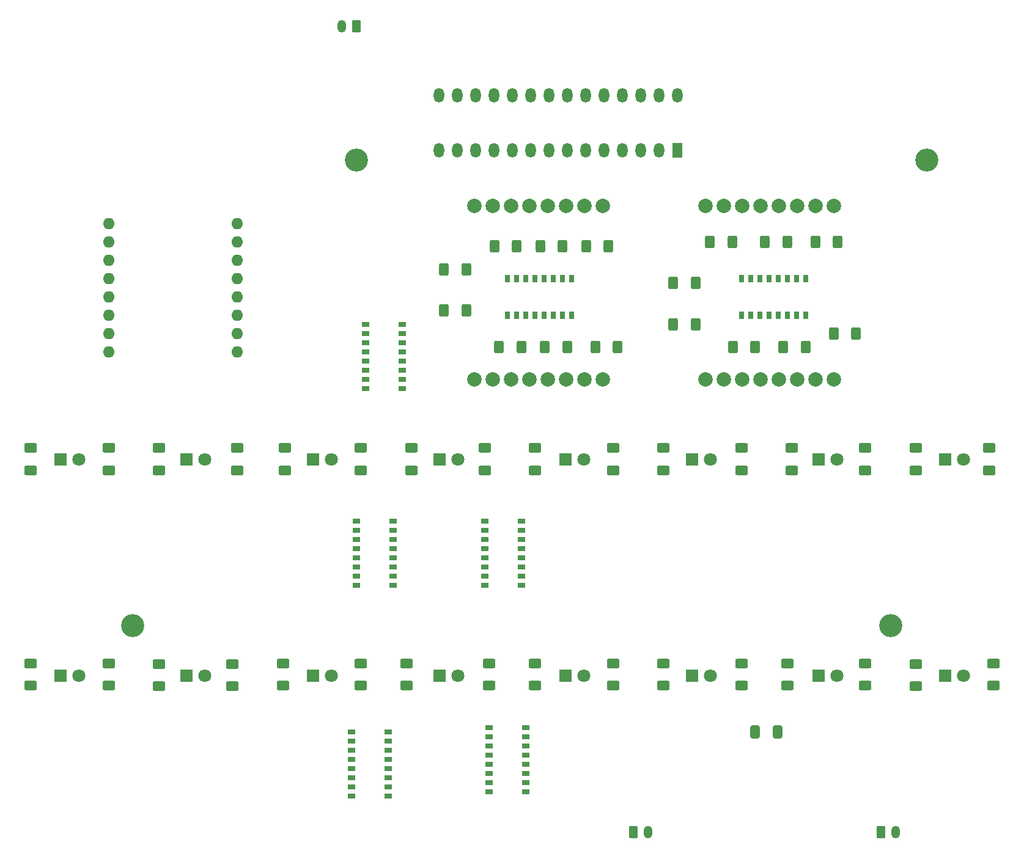
<source format=gbr>
%TF.GenerationSoftware,KiCad,Pcbnew,9.0.3*%
%TF.CreationDate,2026-01-07T19:03:45+01:00*%
%TF.ProjectId,Learning_Numbers,4c656172-6e69-46e6-975f-4e756d626572,rev?*%
%TF.SameCoordinates,Original*%
%TF.FileFunction,Soldermask,Bot*%
%TF.FilePolarity,Negative*%
%FSLAX46Y46*%
G04 Gerber Fmt 4.6, Leading zero omitted, Abs format (unit mm)*
G04 Created by KiCad (PCBNEW 9.0.3) date 2026-01-07 19:03:45*
%MOMM*%
%LPD*%
G01*
G04 APERTURE LIST*
G04 Aperture macros list*
%AMRoundRect*
0 Rectangle with rounded corners*
0 $1 Rounding radius*
0 $2 $3 $4 $5 $6 $7 $8 $9 X,Y pos of 4 corners*
0 Add a 4 corners polygon primitive as box body*
4,1,4,$2,$3,$4,$5,$6,$7,$8,$9,$2,$3,0*
0 Add four circle primitives for the rounded corners*
1,1,$1+$1,$2,$3*
1,1,$1+$1,$4,$5*
1,1,$1+$1,$6,$7*
1,1,$1+$1,$8,$9*
0 Add four rect primitives between the rounded corners*
20,1,$1+$1,$2,$3,$4,$5,0*
20,1,$1+$1,$4,$5,$6,$7,0*
20,1,$1+$1,$6,$7,$8,$9,0*
20,1,$1+$1,$8,$9,$2,$3,0*%
G04 Aperture macros list end*
%ADD10C,3.200000*%
%ADD11R,1.800000X1.800000*%
%ADD12C,1.800000*%
%ADD13C,2.000000*%
%ADD14RoundRect,0.250000X0.400000X0.625000X-0.400000X0.625000X-0.400000X-0.625000X0.400000X-0.625000X0*%
%ADD15RoundRect,0.250000X-0.625000X0.400000X-0.625000X-0.400000X0.625000X-0.400000X0.625000X0.400000X0*%
%ADD16RoundRect,0.250000X0.625000X-0.400000X0.625000X0.400000X-0.625000X0.400000X-0.625000X-0.400000X0*%
%ADD17RoundRect,0.114000X0.436000X0.266000X-0.436000X0.266000X-0.436000X-0.266000X0.436000X-0.266000X0*%
%ADD18RoundRect,0.250000X-0.350000X-0.625000X0.350000X-0.625000X0.350000X0.625000X-0.350000X0.625000X0*%
%ADD19O,1.200000X1.750000*%
%ADD20RoundRect,0.250000X-0.412500X-0.650000X0.412500X-0.650000X0.412500X0.650000X-0.412500X0.650000X0*%
%ADD21R,1.440000X2.000000*%
%ADD22O,1.440000X2.000000*%
%ADD23RoundRect,0.114000X0.266000X-0.436000X0.266000X0.436000X-0.266000X0.436000X-0.266000X-0.436000X0*%
%ADD24RoundRect,0.114000X-0.436000X-0.266000X0.436000X-0.266000X0.436000X0.266000X-0.436000X0.266000X0*%
%ADD25RoundRect,0.250000X0.350000X0.625000X-0.350000X0.625000X-0.350000X-0.625000X0.350000X-0.625000X0*%
%ADD26O,1.600000X1.600000*%
G04 APERTURE END LIST*
D10*
%TO.C,H2*%
X180000000Y-65500000D03*
%TD*%
D11*
%TO.C,D8*%
X182480000Y-107000000D03*
D12*
X185020000Y-107000000D03*
%TD*%
D11*
%TO.C,D5*%
X129980000Y-107000000D03*
D12*
X132520000Y-107000000D03*
%TD*%
D10*
%TO.C,H3*%
X70000000Y-130000000D03*
%TD*%
D11*
%TO.C,D4*%
X112480000Y-107000000D03*
D12*
X115020000Y-107000000D03*
%TD*%
D11*
%TO.C,D16*%
X182480000Y-137000000D03*
D12*
X185020000Y-137000000D03*
%TD*%
D11*
%TO.C,D6*%
X147480000Y-107000000D03*
D12*
X150020000Y-107000000D03*
%TD*%
D11*
%TO.C,D7*%
X164980000Y-107000000D03*
D12*
X167520000Y-107000000D03*
%TD*%
D11*
%TO.C,D2*%
X77480000Y-107000000D03*
D12*
X80020000Y-107000000D03*
%TD*%
D11*
%TO.C,D1*%
X59980000Y-107000000D03*
D12*
X62520000Y-107000000D03*
%TD*%
D11*
%TO.C,D12*%
X112480000Y-137000000D03*
D12*
X115020000Y-137000000D03*
%TD*%
D13*
%TO.C,U9*%
X117310000Y-95890000D03*
X119850000Y-95890000D03*
X122390000Y-95890000D03*
X124930000Y-95890000D03*
X127470000Y-95890000D03*
X130010000Y-95890000D03*
X132550000Y-95890000D03*
X135090000Y-95890000D03*
X135090000Y-71890000D03*
X132550000Y-71890000D03*
X130010000Y-71890000D03*
X127470000Y-71890000D03*
X124930000Y-71890000D03*
X122390000Y-71890000D03*
X119850000Y-71890000D03*
X117310000Y-71890000D03*
%TD*%
D11*
%TO.C,D9*%
X59980000Y-137000000D03*
D12*
X62520000Y-137000000D03*
%TD*%
D11*
%TO.C,D15*%
X164980000Y-137000000D03*
D12*
X167520000Y-137000000D03*
%TD*%
D11*
%TO.C,D11*%
X94980000Y-137000000D03*
D12*
X97520000Y-137000000D03*
%TD*%
D11*
%TO.C,D14*%
X147480000Y-137000000D03*
D12*
X150020000Y-137000000D03*
%TD*%
D10*
%TO.C,H4*%
X175000000Y-130000000D03*
%TD*%
D13*
%TO.C,U10*%
X149310000Y-95890000D03*
X151850000Y-95890000D03*
X154390000Y-95890000D03*
X156930000Y-95890000D03*
X159470000Y-95890000D03*
X162010000Y-95890000D03*
X164550000Y-95890000D03*
X167090000Y-95890000D03*
X167090000Y-71890000D03*
X164550000Y-71890000D03*
X162010000Y-71890000D03*
X159470000Y-71890000D03*
X156930000Y-71890000D03*
X154390000Y-71890000D03*
X151850000Y-71890000D03*
X149310000Y-71890000D03*
%TD*%
D10*
%TO.C,H1*%
X101000000Y-65500000D03*
%TD*%
D11*
%TO.C,D13*%
X129980000Y-137000000D03*
D12*
X132520000Y-137000000D03*
%TD*%
D11*
%TO.C,D3*%
X94980000Y-107000000D03*
D12*
X97520000Y-107000000D03*
%TD*%
D11*
%TO.C,D10*%
X77480000Y-137000000D03*
D12*
X80020000Y-137000000D03*
%TD*%
D14*
%TO.C,R42*%
X160655000Y-76835000D03*
X157555000Y-76835000D03*
%TD*%
D15*
%TO.C,R16*%
X189230000Y-135255000D03*
X189230000Y-138355000D03*
%TD*%
D16*
%TO.C,R26*%
X73660000Y-138430000D03*
X73660000Y-135330000D03*
%TD*%
D17*
%TO.C,U7*%
X123825000Y-115570000D03*
X123825000Y-116840000D03*
X123825000Y-118110000D03*
X123825000Y-119380000D03*
X123825000Y-120650000D03*
X123825000Y-121920000D03*
X123825000Y-123190000D03*
X123825000Y-124460000D03*
X118745000Y-124460000D03*
X118745000Y-123190000D03*
X118745000Y-121920000D03*
X118745000Y-120650000D03*
X118745000Y-119380000D03*
X118745000Y-118110000D03*
X118745000Y-116840000D03*
X118745000Y-115570000D03*
%TD*%
D15*
%TO.C,R4*%
X118745000Y-105410000D03*
X118745000Y-108510000D03*
%TD*%
%TO.C,R11*%
X101600000Y-135255000D03*
X101600000Y-138355000D03*
%TD*%
D14*
%TO.C,R34*%
X129540000Y-77470000D03*
X126440000Y-77470000D03*
%TD*%
%TO.C,R49*%
X147955000Y-88265000D03*
X144855000Y-88265000D03*
%TD*%
D15*
%TO.C,R1*%
X66675000Y-105410000D03*
X66675000Y-108510000D03*
%TD*%
D16*
%TO.C,R21*%
X125730000Y-108510000D03*
X125730000Y-105410000D03*
%TD*%
%TO.C,R30*%
X143510000Y-138355000D03*
X143510000Y-135255000D03*
%TD*%
D18*
%TO.C,BT1*%
X173625000Y-158660000D03*
D19*
X175625000Y-158660000D03*
%TD*%
D14*
%TO.C,R46*%
X170180000Y-89535000D03*
X167080000Y-89535000D03*
%TD*%
D15*
%TO.C,R15*%
X171450000Y-135255000D03*
X171450000Y-138355000D03*
%TD*%
D17*
%TO.C,U2*%
X106045000Y-115570000D03*
X106045000Y-116840000D03*
X106045000Y-118110000D03*
X106045000Y-119380000D03*
X106045000Y-120650000D03*
X106045000Y-121920000D03*
X106045000Y-123190000D03*
X106045000Y-124460000D03*
X100965000Y-124460000D03*
X100965000Y-123190000D03*
X100965000Y-121920000D03*
X100965000Y-120650000D03*
X100965000Y-119380000D03*
X100965000Y-118110000D03*
X100965000Y-116840000D03*
X100965000Y-115570000D03*
%TD*%
D16*
%TO.C,R19*%
X91085000Y-108510000D03*
X91085000Y-105410000D03*
%TD*%
D15*
%TO.C,R8*%
X188595000Y-105410000D03*
X188595000Y-108510000D03*
%TD*%
D16*
%TO.C,R24*%
X178435000Y-108510000D03*
X178435000Y-105410000D03*
%TD*%
D15*
%TO.C,R12*%
X119380000Y-135255000D03*
X119380000Y-138355000D03*
%TD*%
D20*
%TO.C,C1*%
X156210000Y-144780000D03*
X159335000Y-144780000D03*
%TD*%
D16*
%TO.C,R25*%
X55880000Y-138355000D03*
X55880000Y-135255000D03*
%TD*%
D21*
%TO.C,U1*%
X145415000Y-64135000D03*
D22*
X142875000Y-64135000D03*
X140335000Y-64135000D03*
X137795000Y-64135000D03*
X135255000Y-64135000D03*
X132715000Y-64135000D03*
X130175000Y-64135000D03*
X127635000Y-64135000D03*
X125095000Y-64135000D03*
X122555000Y-64135000D03*
X120015000Y-64135000D03*
X117475000Y-64135000D03*
X114935000Y-64135000D03*
X112395000Y-64135000D03*
X112395000Y-56515000D03*
X114935000Y-56515000D03*
X117475000Y-56515000D03*
X120015000Y-56515000D03*
X122555000Y-56515000D03*
X125095000Y-56515000D03*
X127635000Y-56515000D03*
X130175000Y-56515000D03*
X132715000Y-56515000D03*
X135255000Y-56515000D03*
X137795000Y-56515000D03*
X140335000Y-56515000D03*
X142875000Y-56515000D03*
X145415000Y-56515000D03*
%TD*%
D16*
%TO.C,R22*%
X143510000Y-108510000D03*
X143510000Y-105410000D03*
%TD*%
%TO.C,R23*%
X161290000Y-108510000D03*
X161290000Y-105410000D03*
%TD*%
D14*
%TO.C,R39*%
X123190000Y-77470000D03*
X120090000Y-77470000D03*
%TD*%
D18*
%TO.C,SW1*%
X139335000Y-158660000D03*
D19*
X141335000Y-158660000D03*
%TD*%
D14*
%TO.C,R48*%
X147955000Y-82550000D03*
X144855000Y-82550000D03*
%TD*%
D16*
%TO.C,R32*%
X178435000Y-138430000D03*
X178435000Y-135330000D03*
%TD*%
D14*
%TO.C,R45*%
X167640000Y-76835000D03*
X164540000Y-76835000D03*
%TD*%
D16*
%TO.C,R29*%
X125730000Y-138355000D03*
X125730000Y-135255000D03*
%TD*%
D23*
%TO.C,U4*%
X130810000Y-86995000D03*
X129540000Y-86995000D03*
X128270000Y-86995000D03*
X127000000Y-86995000D03*
X125730000Y-86995000D03*
X124460000Y-86995000D03*
X123190000Y-86995000D03*
X121920000Y-86995000D03*
X121920000Y-81915000D03*
X123190000Y-81915000D03*
X124460000Y-81915000D03*
X125730000Y-81915000D03*
X127000000Y-81915000D03*
X128270000Y-81915000D03*
X129540000Y-81915000D03*
X130810000Y-81915000D03*
%TD*%
D24*
%TO.C,U6*%
X102235000Y-97155000D03*
X102235000Y-95885000D03*
X102235000Y-94615000D03*
X102235000Y-93345000D03*
X102235000Y-92075000D03*
X102235000Y-90805000D03*
X102235000Y-89535000D03*
X102235000Y-88265000D03*
X107315000Y-88265000D03*
X107315000Y-89535000D03*
X107315000Y-90805000D03*
X107315000Y-92075000D03*
X107315000Y-93345000D03*
X107315000Y-94615000D03*
X107315000Y-95885000D03*
X107315000Y-97155000D03*
%TD*%
D14*
%TO.C,R41*%
X116205000Y-80645000D03*
X113105000Y-80645000D03*
%TD*%
%TO.C,R44*%
X156210000Y-91440000D03*
X153110000Y-91440000D03*
%TD*%
D15*
%TO.C,R3*%
X101600000Y-105410000D03*
X101600000Y-108510000D03*
%TD*%
D16*
%TO.C,R28*%
X107950000Y-138355000D03*
X107950000Y-135255000D03*
%TD*%
D14*
%TO.C,R37*%
X135890000Y-77470000D03*
X132790000Y-77470000D03*
%TD*%
D25*
%TO.C,LS1*%
X100965000Y-46990000D03*
D19*
X98965000Y-46990000D03*
%TD*%
D17*
%TO.C,U8*%
X124460000Y-144145000D03*
X124460000Y-145415000D03*
X124460000Y-146685000D03*
X124460000Y-147955000D03*
X124460000Y-149225000D03*
X124460000Y-150495000D03*
X124460000Y-151765000D03*
X124460000Y-153035000D03*
X119380000Y-153035000D03*
X119380000Y-151765000D03*
X119380000Y-150495000D03*
X119380000Y-149225000D03*
X119380000Y-147955000D03*
X119380000Y-146685000D03*
X119380000Y-145415000D03*
X119380000Y-144145000D03*
%TD*%
D15*
%TO.C,R2*%
X84455000Y-105410000D03*
X84455000Y-108510000D03*
%TD*%
%TO.C,R9*%
X66675000Y-135255000D03*
X66675000Y-138355000D03*
%TD*%
D14*
%TO.C,R47*%
X153035000Y-76835000D03*
X149935000Y-76835000D03*
%TD*%
D15*
%TO.C,R5*%
X136525000Y-105410000D03*
X136525000Y-108510000D03*
%TD*%
D16*
%TO.C,R20*%
X108585000Y-108510000D03*
X108585000Y-105410000D03*
%TD*%
D14*
%TO.C,R38*%
X137160000Y-91440000D03*
X134060000Y-91440000D03*
%TD*%
D23*
%TO.C,U5*%
X163195000Y-86995000D03*
X161925000Y-86995000D03*
X160655000Y-86995000D03*
X159385000Y-86995000D03*
X158115000Y-86995000D03*
X156845000Y-86995000D03*
X155575000Y-86995000D03*
X154305000Y-86995000D03*
X154305000Y-81915000D03*
X155575000Y-81915000D03*
X156845000Y-81915000D03*
X158115000Y-81915000D03*
X159385000Y-81915000D03*
X160655000Y-81915000D03*
X161925000Y-81915000D03*
X163195000Y-81915000D03*
%TD*%
D26*
%TO.C,U11*%
X84455000Y-74295000D03*
X84455000Y-76835000D03*
X84455000Y-79375000D03*
X84455000Y-81915000D03*
X84455000Y-84455000D03*
X84455000Y-86995000D03*
X84455000Y-89535000D03*
X84455000Y-92075000D03*
X66675000Y-92075000D03*
X66675000Y-89535000D03*
X66675000Y-86995000D03*
X66675000Y-84455000D03*
X66675000Y-81915000D03*
X66675000Y-79375000D03*
X66675000Y-76835000D03*
X66675000Y-74295000D03*
%TD*%
D16*
%TO.C,R17*%
X55880000Y-108510000D03*
X55880000Y-105410000D03*
%TD*%
D14*
%TO.C,R35*%
X130175000Y-91440000D03*
X127075000Y-91440000D03*
%TD*%
D16*
%TO.C,R18*%
X73660000Y-108510000D03*
X73660000Y-105410000D03*
%TD*%
%TO.C,R31*%
X160655000Y-138355000D03*
X160655000Y-135255000D03*
%TD*%
D14*
%TO.C,R40*%
X116205000Y-86360000D03*
X113105000Y-86360000D03*
%TD*%
D15*
%TO.C,R10*%
X83820000Y-135330000D03*
X83820000Y-138430000D03*
%TD*%
D16*
%TO.C,R27*%
X90805000Y-138355000D03*
X90805000Y-135255000D03*
%TD*%
D15*
%TO.C,R13*%
X136525000Y-135255000D03*
X136525000Y-138355000D03*
%TD*%
D14*
%TO.C,R43*%
X163195000Y-91440000D03*
X160095000Y-91440000D03*
%TD*%
D17*
%TO.C,U3*%
X105410000Y-144780000D03*
X105410000Y-146050000D03*
X105410000Y-147320000D03*
X105410000Y-148590000D03*
X105410000Y-149860000D03*
X105410000Y-151130000D03*
X105410000Y-152400000D03*
X105410000Y-153670000D03*
X100330000Y-153670000D03*
X100330000Y-152400000D03*
X100330000Y-151130000D03*
X100330000Y-149860000D03*
X100330000Y-148590000D03*
X100330000Y-147320000D03*
X100330000Y-146050000D03*
X100330000Y-144780000D03*
%TD*%
D15*
%TO.C,R7*%
X171450000Y-105410000D03*
X171450000Y-108510000D03*
%TD*%
%TO.C,R6*%
X154305000Y-105410000D03*
X154305000Y-108510000D03*
%TD*%
D14*
%TO.C,R36*%
X123825000Y-91440000D03*
X120725000Y-91440000D03*
%TD*%
D15*
%TO.C,R14*%
X154305000Y-135255000D03*
X154305000Y-138355000D03*
%TD*%
M02*

</source>
